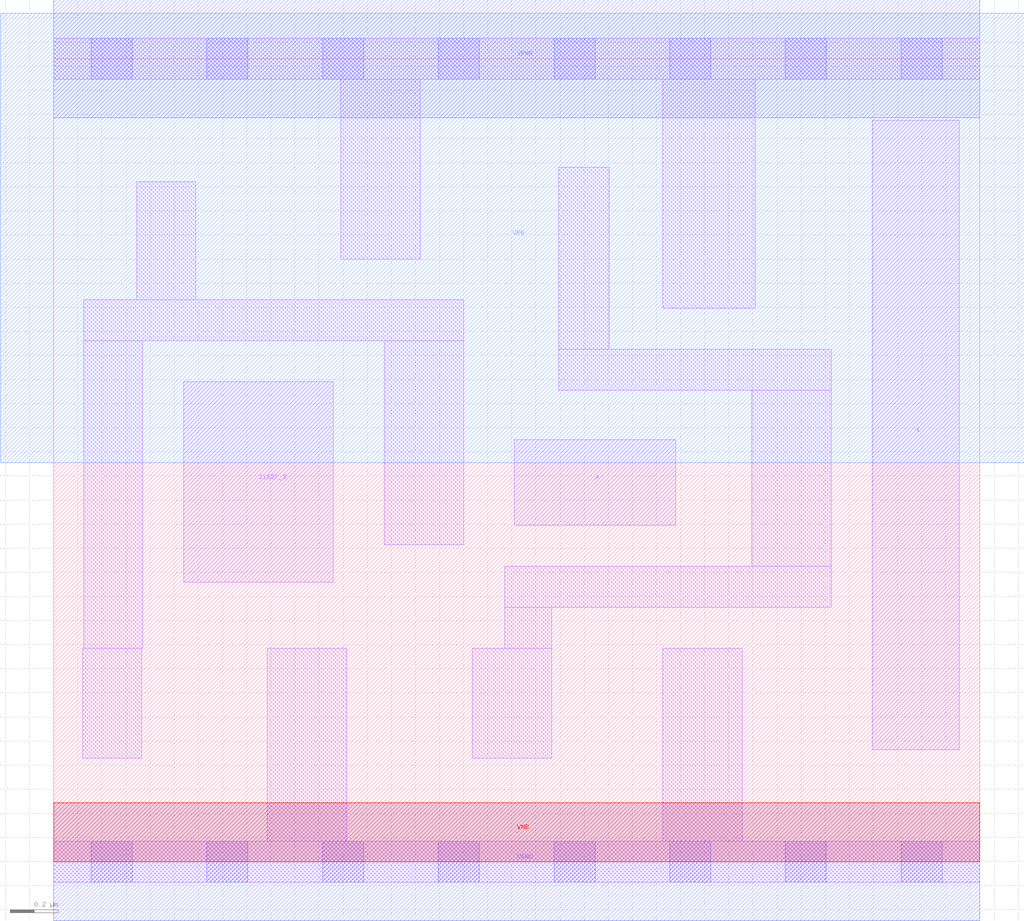
<source format=lef>
# Copyright 2020 The SkyWater PDK Authors
#
# Licensed under the Apache License, Version 2.0 (the "License");
# you may not use this file except in compliance with the License.
# You may obtain a copy of the License at
#
#     https://www.apache.org/licenses/LICENSE-2.0
#
# Unless required by applicable law or agreed to in writing, software
# distributed under the License is distributed on an "AS IS" BASIS,
# WITHOUT WARRANTIES OR CONDITIONS OF ANY KIND, either express or implied.
# See the License for the specific language governing permissions and
# limitations under the License.
#
# SPDX-License-Identifier: Apache-2.0

VERSION 5.7 ;
  NOWIREEXTENSIONATPIN ON ;
  DIVIDERCHAR "/" ;
  BUSBITCHARS "[]" ;
MACRO sky130_fd_sc_lp__inputiso1n_lp
  CLASS CORE ;
  FOREIGN sky130_fd_sc_lp__inputiso1n_lp ;
  ORIGIN  0.000000  0.000000 ;
  SIZE  3.840000 BY  3.330000 ;
  SYMMETRY X Y R90 ;
  SITE unit ;
  PIN A
    ANTENNAGATEAREA  0.189000 ;
    DIRECTION INPUT ;
    USE SIGNAL ;
    PORT
      LAYER li1 ;
        RECT 1.910000 1.395000 2.580000 1.750000 ;
    END
  END A
  PIN SLEEP_B
    ANTENNAGATEAREA  0.252000 ;
    DIRECTION INPUT ;
    USE SIGNAL ;
    PORT
      LAYER li1 ;
        RECT 0.540000 1.160000 1.160000 1.990000 ;
    END
  END SLEEP_B
  PIN X
    ANTENNADIFFAREA  0.445200 ;
    DIRECTION OUTPUT ;
    USE SIGNAL ;
    PORT
      LAYER li1 ;
        RECT 3.395000 0.465000 3.755000 3.075000 ;
    END
  END X
  PIN VGND
    DIRECTION INOUT ;
    USE GROUND ;
    PORT
      LAYER met1 ;
        RECT 0.000000 -0.245000 3.840000 0.245000 ;
    END
  END VGND
  PIN VNB
    DIRECTION INOUT ;
    USE GROUND ;
    PORT
      LAYER pwell ;
        RECT 0.000000 0.000000 3.840000 0.245000 ;
    END
  END VNB
  PIN VPB
    DIRECTION INOUT ;
    USE POWER ;
    PORT
      LAYER nwell ;
        RECT -0.220000 1.655000 4.025000 3.520000 ;
    END
  END VPB
  PIN VPWR
    DIRECTION INOUT ;
    USE POWER ;
    PORT
      LAYER met1 ;
        RECT 0.000000 3.085000 3.840000 3.575000 ;
    END
  END VPWR
  OBS
    LAYER li1 ;
      RECT 0.000000 -0.085000 3.840000 0.085000 ;
      RECT 0.000000  3.245000 3.840000 3.415000 ;
      RECT 0.120000  0.430000 0.365000 0.885000 ;
      RECT 0.125000  0.885000 0.370000 2.160000 ;
      RECT 0.125000  2.160000 1.700000 2.330000 ;
      RECT 0.345000  2.330000 0.590000 2.820000 ;
      RECT 0.885000  0.085000 1.215000 0.885000 ;
      RECT 1.190000  2.500000 1.520000 3.245000 ;
      RECT 1.370000  1.315000 1.700000 2.160000 ;
      RECT 1.735000  0.430000 2.065000 0.885000 ;
      RECT 1.870000  0.885000 2.065000 1.055000 ;
      RECT 1.870000  1.055000 3.225000 1.225000 ;
      RECT 2.095000  1.955000 3.225000 2.125000 ;
      RECT 2.095000  2.125000 2.305000 2.880000 ;
      RECT 2.525000  0.085000 2.855000 0.885000 ;
      RECT 2.525000  2.295000 2.910000 3.245000 ;
      RECT 2.895000  1.225000 3.225000 1.955000 ;
    LAYER mcon ;
      RECT 0.155000 -0.085000 0.325000 0.085000 ;
      RECT 0.155000  3.245000 0.325000 3.415000 ;
      RECT 0.635000 -0.085000 0.805000 0.085000 ;
      RECT 0.635000  3.245000 0.805000 3.415000 ;
      RECT 1.115000 -0.085000 1.285000 0.085000 ;
      RECT 1.115000  3.245000 1.285000 3.415000 ;
      RECT 1.595000 -0.085000 1.765000 0.085000 ;
      RECT 1.595000  3.245000 1.765000 3.415000 ;
      RECT 2.075000 -0.085000 2.245000 0.085000 ;
      RECT 2.075000  3.245000 2.245000 3.415000 ;
      RECT 2.555000 -0.085000 2.725000 0.085000 ;
      RECT 2.555000  3.245000 2.725000 3.415000 ;
      RECT 3.035000 -0.085000 3.205000 0.085000 ;
      RECT 3.035000  3.245000 3.205000 3.415000 ;
      RECT 3.515000 -0.085000 3.685000 0.085000 ;
      RECT 3.515000  3.245000 3.685000 3.415000 ;
  END
END sky130_fd_sc_lp__inputiso1n_lp
END LIBRARY

</source>
